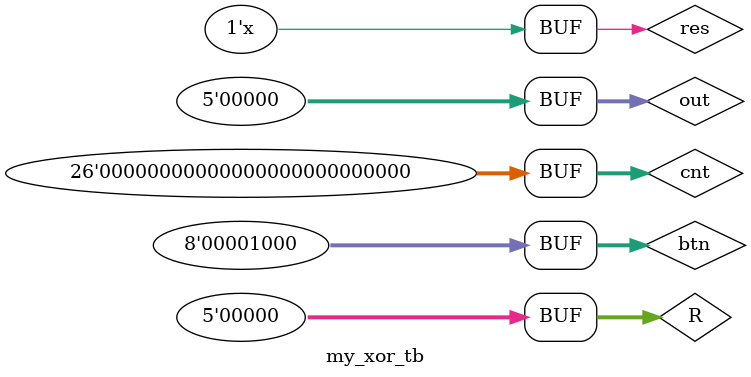
<source format=sv>
module my_xor_tb;

    logic [4:0] out = 0;
    logic         res = 0;
    logic [25:0] cnt = 0;
    logic [7:0] btn = 0;
    logic [4:0] R = 0;

    butten dut(
        .clk( res ),
        .btn(~btn),
        .flag(out)
    );
    
     always #5 
     res = !res;
     initial
     begin
        btn = 1;#200;
        btn = 2;#200;
        btn = 4;#200;
        btn = 8;#200;
     end
endmodule
</source>
